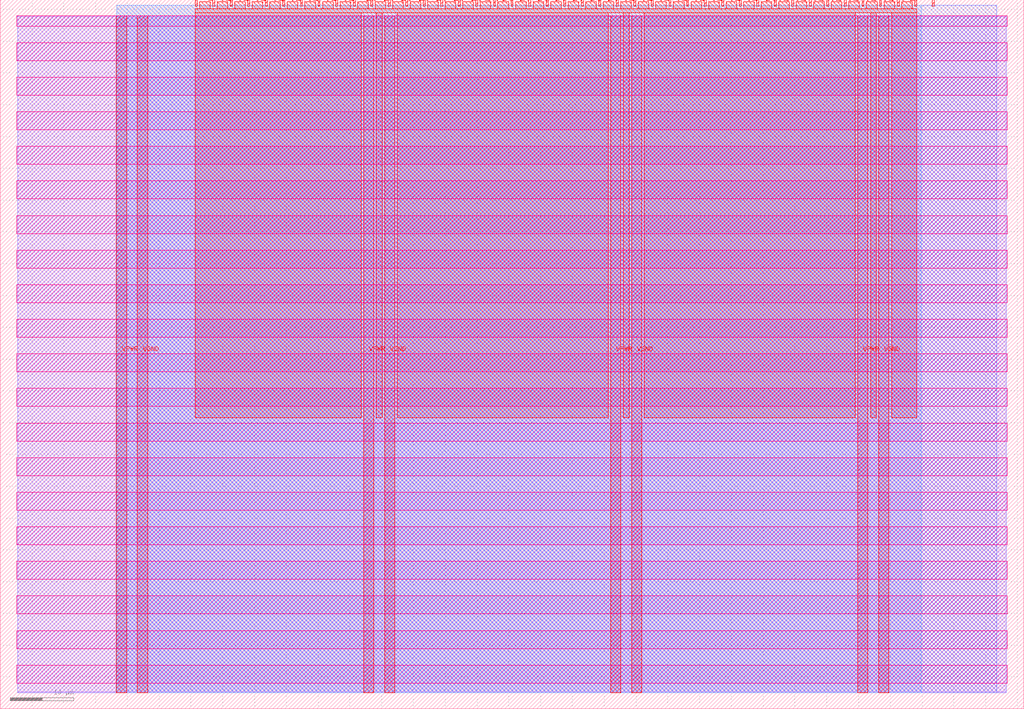
<source format=lef>
VERSION 5.7 ;
  NOWIREEXTENSIONATPIN ON ;
  DIVIDERCHAR "/" ;
  BUSBITCHARS "[]" ;
MACRO tt_um_meriac_play_tune
  CLASS BLOCK ;
  FOREIGN tt_um_meriac_play_tune ;
  ORIGIN 0.000 0.000 ;
  SIZE 161.000 BY 111.520 ;
  PIN VGND
    DIRECTION INOUT ;
    USE GROUND ;
    PORT
      LAYER met4 ;
        RECT 21.580 2.480 23.180 109.040 ;
    END
    PORT
      LAYER met4 ;
        RECT 60.450 2.480 62.050 109.040 ;
    END
    PORT
      LAYER met4 ;
        RECT 99.320 2.480 100.920 109.040 ;
    END
    PORT
      LAYER met4 ;
        RECT 138.190 2.480 139.790 109.040 ;
    END
  END VGND
  PIN VPWR
    DIRECTION INOUT ;
    USE POWER ;
    PORT
      LAYER met4 ;
        RECT 18.280 2.480 19.880 109.040 ;
    END
    PORT
      LAYER met4 ;
        RECT 57.150 2.480 58.750 109.040 ;
    END
    PORT
      LAYER met4 ;
        RECT 96.020 2.480 97.620 109.040 ;
    END
    PORT
      LAYER met4 ;
        RECT 134.890 2.480 136.490 109.040 ;
    END
  END VPWR
  PIN clk
    DIRECTION INPUT ;
    USE SIGNAL ;
    ANTENNAGATEAREA 0.852000 ;
    PORT
      LAYER met4 ;
        RECT 143.830 110.520 144.130 111.520 ;
    END
  END clk
  PIN ena
    DIRECTION INPUT ;
    USE SIGNAL ;
    PORT
      LAYER met4 ;
        RECT 146.590 110.520 146.890 111.520 ;
    END
  END ena
  PIN rst_n
    DIRECTION INPUT ;
    USE SIGNAL ;
    ANTENNAGATEAREA 0.196500 ;
    PORT
      LAYER met4 ;
        RECT 141.070 110.520 141.370 111.520 ;
    END
  END rst_n
  PIN ui_in[0]
    DIRECTION INPUT ;
    USE SIGNAL ;
    ANTENNAGATEAREA 0.213000 ;
    PORT
      LAYER met4 ;
        RECT 138.310 110.520 138.610 111.520 ;
    END
  END ui_in[0]
  PIN ui_in[1]
    DIRECTION INPUT ;
    USE SIGNAL ;
    ANTENNAGATEAREA 0.213000 ;
    PORT
      LAYER met4 ;
        RECT 135.550 110.520 135.850 111.520 ;
    END
  END ui_in[1]
  PIN ui_in[2]
    DIRECTION INPUT ;
    USE SIGNAL ;
    ANTENNAGATEAREA 0.213000 ;
    PORT
      LAYER met4 ;
        RECT 132.790 110.520 133.090 111.520 ;
    END
  END ui_in[2]
  PIN ui_in[3]
    DIRECTION INPUT ;
    USE SIGNAL ;
    ANTENNAGATEAREA 0.213000 ;
    PORT
      LAYER met4 ;
        RECT 130.030 110.520 130.330 111.520 ;
    END
  END ui_in[3]
  PIN ui_in[4]
    DIRECTION INPUT ;
    USE SIGNAL ;
    ANTENNAGATEAREA 0.213000 ;
    PORT
      LAYER met4 ;
        RECT 127.270 110.520 127.570 111.520 ;
    END
  END ui_in[4]
  PIN ui_in[5]
    DIRECTION INPUT ;
    USE SIGNAL ;
    ANTENNAGATEAREA 0.213000 ;
    PORT
      LAYER met4 ;
        RECT 124.510 110.520 124.810 111.520 ;
    END
  END ui_in[5]
  PIN ui_in[6]
    DIRECTION INPUT ;
    USE SIGNAL ;
    ANTENNAGATEAREA 0.213000 ;
    PORT
      LAYER met4 ;
        RECT 121.750 110.520 122.050 111.520 ;
    END
  END ui_in[6]
  PIN ui_in[7]
    DIRECTION INPUT ;
    USE SIGNAL ;
    ANTENNAGATEAREA 0.213000 ;
    PORT
      LAYER met4 ;
        RECT 118.990 110.520 119.290 111.520 ;
    END
  END ui_in[7]
  PIN uio_in[0]
    DIRECTION INPUT ;
    USE SIGNAL ;
    PORT
      LAYER met4 ;
        RECT 116.230 110.520 116.530 111.520 ;
    END
  END uio_in[0]
  PIN uio_in[1]
    DIRECTION INPUT ;
    USE SIGNAL ;
    PORT
      LAYER met4 ;
        RECT 113.470 110.520 113.770 111.520 ;
    END
  END uio_in[1]
  PIN uio_in[2]
    DIRECTION INPUT ;
    USE SIGNAL ;
    PORT
      LAYER met4 ;
        RECT 110.710 110.520 111.010 111.520 ;
    END
  END uio_in[2]
  PIN uio_in[3]
    DIRECTION INPUT ;
    USE SIGNAL ;
    PORT
      LAYER met4 ;
        RECT 107.950 110.520 108.250 111.520 ;
    END
  END uio_in[3]
  PIN uio_in[4]
    DIRECTION INPUT ;
    USE SIGNAL ;
    PORT
      LAYER met4 ;
        RECT 105.190 110.520 105.490 111.520 ;
    END
  END uio_in[4]
  PIN uio_in[5]
    DIRECTION INPUT ;
    USE SIGNAL ;
    PORT
      LAYER met4 ;
        RECT 102.430 110.520 102.730 111.520 ;
    END
  END uio_in[5]
  PIN uio_in[6]
    DIRECTION INPUT ;
    USE SIGNAL ;
    PORT
      LAYER met4 ;
        RECT 99.670 110.520 99.970 111.520 ;
    END
  END uio_in[6]
  PIN uio_in[7]
    DIRECTION INPUT ;
    USE SIGNAL ;
    PORT
      LAYER met4 ;
        RECT 96.910 110.520 97.210 111.520 ;
    END
  END uio_in[7]
  PIN uio_oe[0]
    DIRECTION OUTPUT ;
    USE SIGNAL ;
    ANTENNADIFFAREA 0.445500 ;
    PORT
      LAYER met4 ;
        RECT 49.990 110.520 50.290 111.520 ;
    END
  END uio_oe[0]
  PIN uio_oe[1]
    DIRECTION OUTPUT ;
    USE SIGNAL ;
    ANTENNADIFFAREA 0.445500 ;
    PORT
      LAYER met4 ;
        RECT 47.230 110.520 47.530 111.520 ;
    END
  END uio_oe[1]
  PIN uio_oe[2]
    DIRECTION OUTPUT ;
    USE SIGNAL ;
    ANTENNADIFFAREA 0.445500 ;
    PORT
      LAYER met4 ;
        RECT 44.470 110.520 44.770 111.520 ;
    END
  END uio_oe[2]
  PIN uio_oe[3]
    DIRECTION OUTPUT ;
    USE SIGNAL ;
    ANTENNADIFFAREA 0.445500 ;
    PORT
      LAYER met4 ;
        RECT 41.710 110.520 42.010 111.520 ;
    END
  END uio_oe[3]
  PIN uio_oe[4]
    DIRECTION OUTPUT ;
    USE SIGNAL ;
    ANTENNADIFFAREA 0.445500 ;
    PORT
      LAYER met4 ;
        RECT 38.950 110.520 39.250 111.520 ;
    END
  END uio_oe[4]
  PIN uio_oe[5]
    DIRECTION OUTPUT ;
    USE SIGNAL ;
    ANTENNADIFFAREA 0.445500 ;
    PORT
      LAYER met4 ;
        RECT 36.190 110.520 36.490 111.520 ;
    END
  END uio_oe[5]
  PIN uio_oe[6]
    DIRECTION OUTPUT ;
    USE SIGNAL ;
    ANTENNADIFFAREA 0.445500 ;
    PORT
      LAYER met4 ;
        RECT 33.430 110.520 33.730 111.520 ;
    END
  END uio_oe[6]
  PIN uio_oe[7]
    DIRECTION OUTPUT ;
    USE SIGNAL ;
    ANTENNADIFFAREA 0.445500 ;
    PORT
      LAYER met4 ;
        RECT 30.670 110.520 30.970 111.520 ;
    END
  END uio_oe[7]
  PIN uio_out[0]
    DIRECTION OUTPUT ;
    USE SIGNAL ;
    ANTENNADIFFAREA 0.445500 ;
    PORT
      LAYER met4 ;
        RECT 72.070 110.520 72.370 111.520 ;
    END
  END uio_out[0]
  PIN uio_out[1]
    DIRECTION OUTPUT ;
    USE SIGNAL ;
    ANTENNADIFFAREA 0.445500 ;
    PORT
      LAYER met4 ;
        RECT 69.310 110.520 69.610 111.520 ;
    END
  END uio_out[1]
  PIN uio_out[2]
    DIRECTION OUTPUT ;
    USE SIGNAL ;
    ANTENNADIFFAREA 0.445500 ;
    PORT
      LAYER met4 ;
        RECT 66.550 110.520 66.850 111.520 ;
    END
  END uio_out[2]
  PIN uio_out[3]
    DIRECTION OUTPUT ;
    USE SIGNAL ;
    ANTENNADIFFAREA 0.445500 ;
    PORT
      LAYER met4 ;
        RECT 63.790 110.520 64.090 111.520 ;
    END
  END uio_out[3]
  PIN uio_out[4]
    DIRECTION OUTPUT ;
    USE SIGNAL ;
    ANTENNADIFFAREA 0.445500 ;
    PORT
      LAYER met4 ;
        RECT 61.030 110.520 61.330 111.520 ;
    END
  END uio_out[4]
  PIN uio_out[5]
    DIRECTION OUTPUT ;
    USE SIGNAL ;
    ANTENNADIFFAREA 0.445500 ;
    PORT
      LAYER met4 ;
        RECT 58.270 110.520 58.570 111.520 ;
    END
  END uio_out[5]
  PIN uio_out[6]
    DIRECTION OUTPUT ;
    USE SIGNAL ;
    ANTENNADIFFAREA 0.445500 ;
    PORT
      LAYER met4 ;
        RECT 55.510 110.520 55.810 111.520 ;
    END
  END uio_out[6]
  PIN uio_out[7]
    DIRECTION OUTPUT ;
    USE SIGNAL ;
    ANTENNADIFFAREA 0.795200 ;
    PORT
      LAYER met4 ;
        RECT 52.750 110.520 53.050 111.520 ;
    END
  END uio_out[7]
  PIN uo_out[0]
    DIRECTION OUTPUT ;
    USE SIGNAL ;
    ANTENNADIFFAREA 0.795200 ;
    PORT
      LAYER met4 ;
        RECT 94.150 110.520 94.450 111.520 ;
    END
  END uo_out[0]
  PIN uo_out[1]
    DIRECTION OUTPUT ;
    USE SIGNAL ;
    ANTENNADIFFAREA 0.795200 ;
    PORT
      LAYER met4 ;
        RECT 91.390 110.520 91.690 111.520 ;
    END
  END uo_out[1]
  PIN uo_out[2]
    DIRECTION OUTPUT ;
    USE SIGNAL ;
    ANTENNADIFFAREA 0.795200 ;
    PORT
      LAYER met4 ;
        RECT 88.630 110.520 88.930 111.520 ;
    END
  END uo_out[2]
  PIN uo_out[3]
    DIRECTION OUTPUT ;
    USE SIGNAL ;
    ANTENNADIFFAREA 0.795200 ;
    PORT
      LAYER met4 ;
        RECT 85.870 110.520 86.170 111.520 ;
    END
  END uo_out[3]
  PIN uo_out[4]
    DIRECTION OUTPUT ;
    USE SIGNAL ;
    ANTENNADIFFAREA 0.795200 ;
    PORT
      LAYER met4 ;
        RECT 83.110 110.520 83.410 111.520 ;
    END
  END uo_out[4]
  PIN uo_out[5]
    DIRECTION OUTPUT ;
    USE SIGNAL ;
    ANTENNADIFFAREA 0.795200 ;
    PORT
      LAYER met4 ;
        RECT 80.350 110.520 80.650 111.520 ;
    END
  END uo_out[5]
  PIN uo_out[6]
    DIRECTION OUTPUT ;
    USE SIGNAL ;
    ANTENNADIFFAREA 0.795200 ;
    PORT
      LAYER met4 ;
        RECT 77.590 110.520 77.890 111.520 ;
    END
  END uo_out[6]
  PIN uo_out[7]
    DIRECTION OUTPUT ;
    USE SIGNAL ;
    ANTENNADIFFAREA 0.795200 ;
    PORT
      LAYER met4 ;
        RECT 74.830 110.520 75.130 111.520 ;
    END
  END uo_out[7]
  OBS
      LAYER nwell ;
        RECT 2.570 107.385 158.430 108.990 ;
        RECT 2.570 101.945 158.430 104.775 ;
        RECT 2.570 96.505 158.430 99.335 ;
        RECT 2.570 91.065 158.430 93.895 ;
        RECT 2.570 85.625 158.430 88.455 ;
        RECT 2.570 80.185 158.430 83.015 ;
        RECT 2.570 74.745 158.430 77.575 ;
        RECT 2.570 69.305 158.430 72.135 ;
        RECT 2.570 63.865 158.430 66.695 ;
        RECT 2.570 58.425 158.430 61.255 ;
        RECT 2.570 52.985 158.430 55.815 ;
        RECT 2.570 47.545 158.430 50.375 ;
        RECT 2.570 42.105 158.430 44.935 ;
        RECT 2.570 36.665 158.430 39.495 ;
        RECT 2.570 31.225 158.430 34.055 ;
        RECT 2.570 25.785 158.430 28.615 ;
        RECT 2.570 20.345 158.430 23.175 ;
        RECT 2.570 14.905 158.430 17.735 ;
        RECT 2.570 9.465 158.430 12.295 ;
        RECT 2.570 4.025 158.430 6.855 ;
      LAYER li1 ;
        RECT 2.760 2.635 158.240 108.885 ;
      LAYER met1 ;
        RECT 2.760 2.480 158.240 109.040 ;
      LAYER met2 ;
        RECT 18.310 2.535 156.760 110.685 ;
      LAYER met3 ;
        RECT 18.290 2.555 144.835 110.665 ;
      LAYER met4 ;
        RECT 31.370 110.120 33.030 111.170 ;
        RECT 34.130 110.120 35.790 111.170 ;
        RECT 36.890 110.120 38.550 111.170 ;
        RECT 39.650 110.120 41.310 111.170 ;
        RECT 42.410 110.120 44.070 111.170 ;
        RECT 45.170 110.120 46.830 111.170 ;
        RECT 47.930 110.120 49.590 111.170 ;
        RECT 50.690 110.120 52.350 111.170 ;
        RECT 53.450 110.120 55.110 111.170 ;
        RECT 56.210 110.120 57.870 111.170 ;
        RECT 58.970 110.120 60.630 111.170 ;
        RECT 61.730 110.120 63.390 111.170 ;
        RECT 64.490 110.120 66.150 111.170 ;
        RECT 67.250 110.120 68.910 111.170 ;
        RECT 70.010 110.120 71.670 111.170 ;
        RECT 72.770 110.120 74.430 111.170 ;
        RECT 75.530 110.120 77.190 111.170 ;
        RECT 78.290 110.120 79.950 111.170 ;
        RECT 81.050 110.120 82.710 111.170 ;
        RECT 83.810 110.120 85.470 111.170 ;
        RECT 86.570 110.120 88.230 111.170 ;
        RECT 89.330 110.120 90.990 111.170 ;
        RECT 92.090 110.120 93.750 111.170 ;
        RECT 94.850 110.120 96.510 111.170 ;
        RECT 97.610 110.120 99.270 111.170 ;
        RECT 100.370 110.120 102.030 111.170 ;
        RECT 103.130 110.120 104.790 111.170 ;
        RECT 105.890 110.120 107.550 111.170 ;
        RECT 108.650 110.120 110.310 111.170 ;
        RECT 111.410 110.120 113.070 111.170 ;
        RECT 114.170 110.120 115.830 111.170 ;
        RECT 116.930 110.120 118.590 111.170 ;
        RECT 119.690 110.120 121.350 111.170 ;
        RECT 122.450 110.120 124.110 111.170 ;
        RECT 125.210 110.120 126.870 111.170 ;
        RECT 127.970 110.120 129.630 111.170 ;
        RECT 130.730 110.120 132.390 111.170 ;
        RECT 133.490 110.120 135.150 111.170 ;
        RECT 136.250 110.120 137.910 111.170 ;
        RECT 139.010 110.120 140.670 111.170 ;
        RECT 141.770 110.120 143.430 111.170 ;
        RECT 30.655 109.440 144.145 110.120 ;
        RECT 30.655 45.735 56.750 109.440 ;
        RECT 59.150 45.735 60.050 109.440 ;
        RECT 62.450 45.735 95.620 109.440 ;
        RECT 98.020 45.735 98.920 109.440 ;
        RECT 101.320 45.735 134.490 109.440 ;
        RECT 136.890 45.735 137.790 109.440 ;
        RECT 140.190 45.735 144.145 109.440 ;
  END
END tt_um_meriac_play_tune
END LIBRARY


</source>
